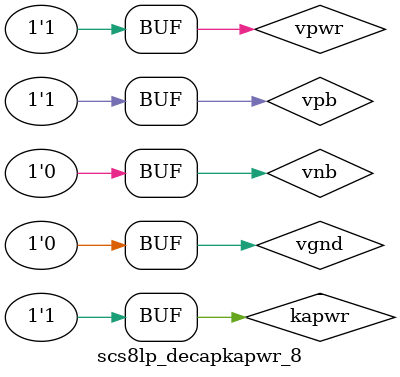
<source format=v>
`celldefine
`timescale 1ns / 1ps

module scs8lp_decapkapwr_8  (

`ifdef SC_USE_PG_PIN
input kapwr,
input vpwr,
input vgnd,
input vpb,
input vnb
`endif

);

`ifdef functional
`else
`ifdef SC_USE_PG_PIN
`else
supply1 kapwr;
supply1 vpwr;
supply0 vgnd;
supply1 vpb;
supply0 vnb;
`endif
`endif

endmodule
`endcelldefine

</source>
